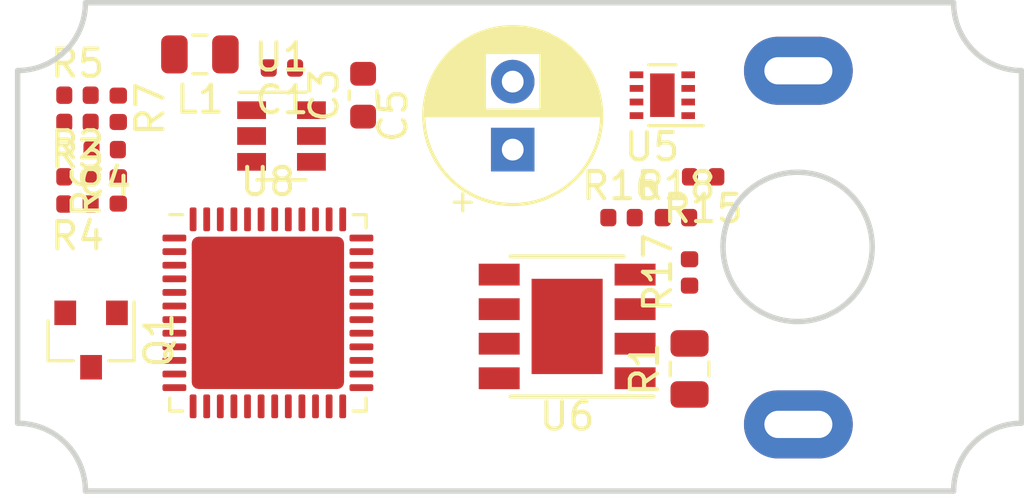
<source format=kicad_pcb>
(kicad_pcb (version 20171130) (host pcbnew 5.1.5+dfsg1-2build2)

  (general
    (thickness 1.6)
    (drawings 0)
    (tracks 0)
    (zones 0)
    (modules 22)
    (nets 18)
  )

  (page A4)
  (layers
    (0 F.Cu signal)
    (31 B.Cu signal)
    (32 B.Adhes user)
    (33 F.Adhes user)
    (34 B.Paste user)
    (35 F.Paste user)
    (36 B.SilkS user)
    (37 F.SilkS user)
    (38 B.Mask user)
    (39 F.Mask user)
    (40 Dwgs.User user)
    (41 Cmts.User user)
    (42 Eco1.User user)
    (43 Eco2.User user)
    (44 Edge.Cuts user)
    (45 Margin user)
    (46 B.CrtYd user)
    (47 F.CrtYd user)
    (48 B.Fab user)
    (49 F.Fab user)
  )

  (setup
    (last_trace_width 0.25)
    (trace_clearance 0.2)
    (zone_clearance 0.508)
    (zone_45_only no)
    (trace_min 0.2)
    (via_size 0.8)
    (via_drill 0.4)
    (via_min_size 0.4)
    (via_min_drill 0.3)
    (uvia_size 0.3)
    (uvia_drill 0.1)
    (uvias_allowed no)
    (uvia_min_size 0.2)
    (uvia_min_drill 0.1)
    (edge_width 0.05)
    (segment_width 0.2)
    (pcb_text_width 0.3)
    (pcb_text_size 1.5 1.5)
    (mod_edge_width 0.12)
    (mod_text_size 1 1)
    (mod_text_width 0.15)
    (pad_size 1.524 1.524)
    (pad_drill 0.762)
    (pad_to_mask_clearance 0.051)
    (solder_mask_min_width 0.25)
    (aux_axis_origin 0 0)
    (visible_elements FFFFFF7F)
    (pcbplotparams
      (layerselection 0x010fc_ffffffff)
      (usegerberextensions false)
      (usegerberattributes false)
      (usegerberadvancedattributes false)
      (creategerberjobfile false)
      (excludeedgelayer true)
      (linewidth 0.100000)
      (plotframeref false)
      (viasonmask false)
      (mode 1)
      (useauxorigin false)
      (hpglpennumber 1)
      (hpglpenspeed 20)
      (hpglpendiameter 15.000000)
      (psnegative false)
      (psa4output false)
      (plotreference true)
      (plotvalue true)
      (plotinvisibletext false)
      (padsonsilk false)
      (subtractmaskfromsilk false)
      (outputformat 1)
      (mirror false)
      (drillshape 1)
      (scaleselection 1)
      (outputdirectory ""))
  )

  (net 0 "")
  (net 1 /M+)
  (net 2 /M-)
  (net 3 GND)
  (net 4 +3V3)
  (net 5 "/M(+)")
  (net 6 /VM)
  (net 7 "Net-(R15-Pad2)")
  (net 8 "Net-(R16-Pad2)")
  (net 9 /MOTOR_CURRENT)
  (net 10 "Net-(C1-Pad2)")
  (net 11 "Net-(C1-Pad1)")
  (net 12 +5V)
  (net 13 "Net-(C4-Pad2)")
  (net 14 "Net-(R2-Pad1)")
  (net 15 "Net-(R3-Pad2)")
  (net 16 "Net-(R4-Pad1)")
  (net 17 "Net-(R5-Pad2)")

  (net_class Default "Dies ist die voreingestellte Netzklasse."
    (clearance 0.2)
    (trace_width 0.25)
    (via_dia 0.8)
    (via_drill 0.4)
    (uvia_dia 0.3)
    (uvia_drill 0.1)
    (add_net +3V3)
    (add_net +5V)
    (add_net /IN1)
    (add_net /In2)
    (add_net "/M(+)")
    (add_net /M+)
    (add_net /M-)
    (add_net /MOTOR_CURRENT)
    (add_net /SHUTDOWN)
    (add_net /VM)
    (add_net /~SLEEP~)
    (add_net GND)
    (add_net "Net-(C1-Pad1)")
    (add_net "Net-(C1-Pad2)")
    (add_net "Net-(C4-Pad2)")
    (add_net "Net-(J1-Pad2)")
    (add_net "Net-(R15-Pad2)")
    (add_net "Net-(R16-Pad2)")
    (add_net "Net-(R2-Pad1)")
    (add_net "Net-(R3-Pad2)")
    (add_net "Net-(R4-Pad1)")
    (add_net "Net-(R5-Pad2)")
    (add_net "Net-(U1-Pad4)")
    (add_net "Net-(U8-Pad1)")
    (add_net "Net-(U8-Pad10)")
    (add_net "Net-(U8-Pad11)")
    (add_net "Net-(U8-Pad12)")
    (add_net "Net-(U8-Pad13)")
    (add_net "Net-(U8-Pad14)")
    (add_net "Net-(U8-Pad15)")
    (add_net "Net-(U8-Pad16)")
    (add_net "Net-(U8-Pad17)")
    (add_net "Net-(U8-Pad18)")
    (add_net "Net-(U8-Pad19)")
    (add_net "Net-(U8-Pad2)")
    (add_net "Net-(U8-Pad20)")
    (add_net "Net-(U8-Pad21)")
    (add_net "Net-(U8-Pad22)")
    (add_net "Net-(U8-Pad23)")
    (add_net "Net-(U8-Pad24)")
    (add_net "Net-(U8-Pad25)")
    (add_net "Net-(U8-Pad26)")
    (add_net "Net-(U8-Pad27)")
    (add_net "Net-(U8-Pad28)")
    (add_net "Net-(U8-Pad29)")
    (add_net "Net-(U8-Pad3)")
    (add_net "Net-(U8-Pad30)")
    (add_net "Net-(U8-Pad31)")
    (add_net "Net-(U8-Pad32)")
    (add_net "Net-(U8-Pad33)")
    (add_net "Net-(U8-Pad34)")
    (add_net "Net-(U8-Pad35)")
    (add_net "Net-(U8-Pad36)")
    (add_net "Net-(U8-Pad37)")
    (add_net "Net-(U8-Pad38)")
    (add_net "Net-(U8-Pad39)")
    (add_net "Net-(U8-Pad4)")
    (add_net "Net-(U8-Pad40)")
    (add_net "Net-(U8-Pad41)")
    (add_net "Net-(U8-Pad42)")
    (add_net "Net-(U8-Pad43)")
    (add_net "Net-(U8-Pad44)")
    (add_net "Net-(U8-Pad45)")
    (add_net "Net-(U8-Pad46)")
    (add_net "Net-(U8-Pad47)")
    (add_net "Net-(U8-Pad48)")
    (add_net "Net-(U8-Pad49)")
    (add_net "Net-(U8-Pad5)")
    (add_net "Net-(U8-Pad6)")
    (add_net "Net-(U8-Pad7)")
    (add_net "Net-(U8-Pad8)")
    (add_net "Net-(U8-Pad9)")
  )

  (module Package_TO_SOT_SMD:SOT-23 (layer F.Cu) (tedit 5A02FF57) (tstamp 607C0208)
    (at 135.5 94 270)
    (descr "SOT-23, Standard")
    (tags SOT-23)
    (path /60A5AAB2)
    (attr smd)
    (fp_text reference Q1 (at 0 -2.5 90) (layer F.SilkS)
      (effects (font (size 1 1) (thickness 0.15)))
    )
    (fp_text value AO3401A (at 0 2.5 90) (layer F.Fab)
      (effects (font (size 1 1) (thickness 0.15)))
    )
    (fp_line (start 0.76 1.58) (end -0.7 1.58) (layer F.SilkS) (width 0.12))
    (fp_line (start 0.76 -1.58) (end -1.4 -1.58) (layer F.SilkS) (width 0.12))
    (fp_line (start -1.7 1.75) (end -1.7 -1.75) (layer F.CrtYd) (width 0.05))
    (fp_line (start 1.7 1.75) (end -1.7 1.75) (layer F.CrtYd) (width 0.05))
    (fp_line (start 1.7 -1.75) (end 1.7 1.75) (layer F.CrtYd) (width 0.05))
    (fp_line (start -1.7 -1.75) (end 1.7 -1.75) (layer F.CrtYd) (width 0.05))
    (fp_line (start 0.76 -1.58) (end 0.76 -0.65) (layer F.SilkS) (width 0.12))
    (fp_line (start 0.76 1.58) (end 0.76 0.65) (layer F.SilkS) (width 0.12))
    (fp_line (start -0.7 1.52) (end 0.7 1.52) (layer F.Fab) (width 0.1))
    (fp_line (start 0.7 -1.52) (end 0.7 1.52) (layer F.Fab) (width 0.1))
    (fp_line (start -0.7 -0.95) (end -0.15 -1.52) (layer F.Fab) (width 0.1))
    (fp_line (start -0.15 -1.52) (end 0.7 -1.52) (layer F.Fab) (width 0.1))
    (fp_line (start -0.7 -0.95) (end -0.7 1.5) (layer F.Fab) (width 0.1))
    (fp_text user %R (at 0 0) (layer F.Fab)
      (effects (font (size 0.5 0.5) (thickness 0.075)))
    )
    (pad 3 smd rect (at 1 0 270) (size 0.9 0.8) (layers F.Cu F.Paste F.Mask))
    (pad 2 smd rect (at -1 0.95 270) (size 0.9 0.8) (layers F.Cu F.Paste F.Mask)
      (net 12 +5V))
    (pad 1 smd rect (at -1 -0.95 270) (size 0.9 0.8) (layers F.Cu F.Paste F.Mask)
      (net 3 GND))
    (model ${KISYS3DMOD}/Package_TO_SOT_SMD.3dshapes/SOT-23.wrl
      (at (xyz 0 0 0))
      (scale (xyz 1 1 1))
      (rotate (xyz 0 0 0))
    )
  )

  (module Capacitor_THT:CP_Radial_D6.3mm_P2.50mm (layer F.Cu) (tedit 5AE50EF0) (tstamp 607C01A3)
    (at 151 87 90)
    (descr "CP, Radial series, Radial, pin pitch=2.50mm, , diameter=6.3mm, Electrolytic Capacitor")
    (tags "CP Radial series Radial pin pitch 2.50mm  diameter 6.3mm Electrolytic Capacitor")
    (path /60B0789F)
    (fp_text reference C5 (at 1.25 -4.4 90) (layer F.SilkS)
      (effects (font (size 1 1) (thickness 0.15)))
    )
    (fp_text value 3528_100uF__107_10%_6.3V (at 1.25 4.4 90) (layer F.Fab) hide
      (effects (font (size 1 1) (thickness 0.15)))
    )
    (fp_text user %R (at 1.25 0 90) (layer F.Fab)
      (effects (font (size 1 1) (thickness 0.15)))
    )
    (fp_line (start -1.935241 -2.154) (end -1.935241 -1.524) (layer F.SilkS) (width 0.12))
    (fp_line (start -2.250241 -1.839) (end -1.620241 -1.839) (layer F.SilkS) (width 0.12))
    (fp_line (start 4.491 -0.402) (end 4.491 0.402) (layer F.SilkS) (width 0.12))
    (fp_line (start 4.451 -0.633) (end 4.451 0.633) (layer F.SilkS) (width 0.12))
    (fp_line (start 4.411 -0.802) (end 4.411 0.802) (layer F.SilkS) (width 0.12))
    (fp_line (start 4.371 -0.94) (end 4.371 0.94) (layer F.SilkS) (width 0.12))
    (fp_line (start 4.331 -1.059) (end 4.331 1.059) (layer F.SilkS) (width 0.12))
    (fp_line (start 4.291 -1.165) (end 4.291 1.165) (layer F.SilkS) (width 0.12))
    (fp_line (start 4.251 -1.262) (end 4.251 1.262) (layer F.SilkS) (width 0.12))
    (fp_line (start 4.211 -1.35) (end 4.211 1.35) (layer F.SilkS) (width 0.12))
    (fp_line (start 4.171 -1.432) (end 4.171 1.432) (layer F.SilkS) (width 0.12))
    (fp_line (start 4.131 -1.509) (end 4.131 1.509) (layer F.SilkS) (width 0.12))
    (fp_line (start 4.091 -1.581) (end 4.091 1.581) (layer F.SilkS) (width 0.12))
    (fp_line (start 4.051 -1.65) (end 4.051 1.65) (layer F.SilkS) (width 0.12))
    (fp_line (start 4.011 -1.714) (end 4.011 1.714) (layer F.SilkS) (width 0.12))
    (fp_line (start 3.971 -1.776) (end 3.971 1.776) (layer F.SilkS) (width 0.12))
    (fp_line (start 3.931 -1.834) (end 3.931 1.834) (layer F.SilkS) (width 0.12))
    (fp_line (start 3.891 -1.89) (end 3.891 1.89) (layer F.SilkS) (width 0.12))
    (fp_line (start 3.851 -1.944) (end 3.851 1.944) (layer F.SilkS) (width 0.12))
    (fp_line (start 3.811 -1.995) (end 3.811 1.995) (layer F.SilkS) (width 0.12))
    (fp_line (start 3.771 -2.044) (end 3.771 2.044) (layer F.SilkS) (width 0.12))
    (fp_line (start 3.731 -2.092) (end 3.731 2.092) (layer F.SilkS) (width 0.12))
    (fp_line (start 3.691 -2.137) (end 3.691 2.137) (layer F.SilkS) (width 0.12))
    (fp_line (start 3.651 -2.182) (end 3.651 2.182) (layer F.SilkS) (width 0.12))
    (fp_line (start 3.611 -2.224) (end 3.611 2.224) (layer F.SilkS) (width 0.12))
    (fp_line (start 3.571 -2.265) (end 3.571 2.265) (layer F.SilkS) (width 0.12))
    (fp_line (start 3.531 1.04) (end 3.531 2.305) (layer F.SilkS) (width 0.12))
    (fp_line (start 3.531 -2.305) (end 3.531 -1.04) (layer F.SilkS) (width 0.12))
    (fp_line (start 3.491 1.04) (end 3.491 2.343) (layer F.SilkS) (width 0.12))
    (fp_line (start 3.491 -2.343) (end 3.491 -1.04) (layer F.SilkS) (width 0.12))
    (fp_line (start 3.451 1.04) (end 3.451 2.38) (layer F.SilkS) (width 0.12))
    (fp_line (start 3.451 -2.38) (end 3.451 -1.04) (layer F.SilkS) (width 0.12))
    (fp_line (start 3.411 1.04) (end 3.411 2.416) (layer F.SilkS) (width 0.12))
    (fp_line (start 3.411 -2.416) (end 3.411 -1.04) (layer F.SilkS) (width 0.12))
    (fp_line (start 3.371 1.04) (end 3.371 2.45) (layer F.SilkS) (width 0.12))
    (fp_line (start 3.371 -2.45) (end 3.371 -1.04) (layer F.SilkS) (width 0.12))
    (fp_line (start 3.331 1.04) (end 3.331 2.484) (layer F.SilkS) (width 0.12))
    (fp_line (start 3.331 -2.484) (end 3.331 -1.04) (layer F.SilkS) (width 0.12))
    (fp_line (start 3.291 1.04) (end 3.291 2.516) (layer F.SilkS) (width 0.12))
    (fp_line (start 3.291 -2.516) (end 3.291 -1.04) (layer F.SilkS) (width 0.12))
    (fp_line (start 3.251 1.04) (end 3.251 2.548) (layer F.SilkS) (width 0.12))
    (fp_line (start 3.251 -2.548) (end 3.251 -1.04) (layer F.SilkS) (width 0.12))
    (fp_line (start 3.211 1.04) (end 3.211 2.578) (layer F.SilkS) (width 0.12))
    (fp_line (start 3.211 -2.578) (end 3.211 -1.04) (layer F.SilkS) (width 0.12))
    (fp_line (start 3.171 1.04) (end 3.171 2.607) (layer F.SilkS) (width 0.12))
    (fp_line (start 3.171 -2.607) (end 3.171 -1.04) (layer F.SilkS) (width 0.12))
    (fp_line (start 3.131 1.04) (end 3.131 2.636) (layer F.SilkS) (width 0.12))
    (fp_line (start 3.131 -2.636) (end 3.131 -1.04) (layer F.SilkS) (width 0.12))
    (fp_line (start 3.091 1.04) (end 3.091 2.664) (layer F.SilkS) (width 0.12))
    (fp_line (start 3.091 -2.664) (end 3.091 -1.04) (layer F.SilkS) (width 0.12))
    (fp_line (start 3.051 1.04) (end 3.051 2.69) (layer F.SilkS) (width 0.12))
    (fp_line (start 3.051 -2.69) (end 3.051 -1.04) (layer F.SilkS) (width 0.12))
    (fp_line (start 3.011 1.04) (end 3.011 2.716) (layer F.SilkS) (width 0.12))
    (fp_line (start 3.011 -2.716) (end 3.011 -1.04) (layer F.SilkS) (width 0.12))
    (fp_line (start 2.971 1.04) (end 2.971 2.742) (layer F.SilkS) (width 0.12))
    (fp_line (start 2.971 -2.742) (end 2.971 -1.04) (layer F.SilkS) (width 0.12))
    (fp_line (start 2.931 1.04) (end 2.931 2.766) (layer F.SilkS) (width 0.12))
    (fp_line (start 2.931 -2.766) (end 2.931 -1.04) (layer F.SilkS) (width 0.12))
    (fp_line (start 2.891 1.04) (end 2.891 2.79) (layer F.SilkS) (width 0.12))
    (fp_line (start 2.891 -2.79) (end 2.891 -1.04) (layer F.SilkS) (width 0.12))
    (fp_line (start 2.851 1.04) (end 2.851 2.812) (layer F.SilkS) (width 0.12))
    (fp_line (start 2.851 -2.812) (end 2.851 -1.04) (layer F.SilkS) (width 0.12))
    (fp_line (start 2.811 1.04) (end 2.811 2.834) (layer F.SilkS) (width 0.12))
    (fp_line (start 2.811 -2.834) (end 2.811 -1.04) (layer F.SilkS) (width 0.12))
    (fp_line (start 2.771 1.04) (end 2.771 2.856) (layer F.SilkS) (width 0.12))
    (fp_line (start 2.771 -2.856) (end 2.771 -1.04) (layer F.SilkS) (width 0.12))
    (fp_line (start 2.731 1.04) (end 2.731 2.876) (layer F.SilkS) (width 0.12))
    (fp_line (start 2.731 -2.876) (end 2.731 -1.04) (layer F.SilkS) (width 0.12))
    (fp_line (start 2.691 1.04) (end 2.691 2.896) (layer F.SilkS) (width 0.12))
    (fp_line (start 2.691 -2.896) (end 2.691 -1.04) (layer F.SilkS) (width 0.12))
    (fp_line (start 2.651 1.04) (end 2.651 2.916) (layer F.SilkS) (width 0.12))
    (fp_line (start 2.651 -2.916) (end 2.651 -1.04) (layer F.SilkS) (width 0.12))
    (fp_line (start 2.611 1.04) (end 2.611 2.934) (layer F.SilkS) (width 0.12))
    (fp_line (start 2.611 -2.934) (end 2.611 -1.04) (layer F.SilkS) (width 0.12))
    (fp_line (start 2.571 1.04) (end 2.571 2.952) (layer F.SilkS) (width 0.12))
    (fp_line (start 2.571 -2.952) (end 2.571 -1.04) (layer F.SilkS) (width 0.12))
    (fp_line (start 2.531 1.04) (end 2.531 2.97) (layer F.SilkS) (width 0.12))
    (fp_line (start 2.531 -2.97) (end 2.531 -1.04) (layer F.SilkS) (width 0.12))
    (fp_line (start 2.491 1.04) (end 2.491 2.986) (layer F.SilkS) (width 0.12))
    (fp_line (start 2.491 -2.986) (end 2.491 -1.04) (layer F.SilkS) (width 0.12))
    (fp_line (start 2.451 1.04) (end 2.451 3.002) (layer F.SilkS) (width 0.12))
    (fp_line (start 2.451 -3.002) (end 2.451 -1.04) (layer F.SilkS) (width 0.12))
    (fp_line (start 2.411 1.04) (end 2.411 3.018) (layer F.SilkS) (width 0.12))
    (fp_line (start 2.411 -3.018) (end 2.411 -1.04) (layer F.SilkS) (width 0.12))
    (fp_line (start 2.371 1.04) (end 2.371 3.033) (layer F.SilkS) (width 0.12))
    (fp_line (start 2.371 -3.033) (end 2.371 -1.04) (layer F.SilkS) (width 0.12))
    (fp_line (start 2.331 1.04) (end 2.331 3.047) (layer F.SilkS) (width 0.12))
    (fp_line (start 2.331 -3.047) (end 2.331 -1.04) (layer F.SilkS) (width 0.12))
    (fp_line (start 2.291 1.04) (end 2.291 3.061) (layer F.SilkS) (width 0.12))
    (fp_line (start 2.291 -3.061) (end 2.291 -1.04) (layer F.SilkS) (width 0.12))
    (fp_line (start 2.251 1.04) (end 2.251 3.074) (layer F.SilkS) (width 0.12))
    (fp_line (start 2.251 -3.074) (end 2.251 -1.04) (layer F.SilkS) (width 0.12))
    (fp_line (start 2.211 1.04) (end 2.211 3.086) (layer F.SilkS) (width 0.12))
    (fp_line (start 2.211 -3.086) (end 2.211 -1.04) (layer F.SilkS) (width 0.12))
    (fp_line (start 2.171 1.04) (end 2.171 3.098) (layer F.SilkS) (width 0.12))
    (fp_line (start 2.171 -3.098) (end 2.171 -1.04) (layer F.SilkS) (width 0.12))
    (fp_line (start 2.131 1.04) (end 2.131 3.11) (layer F.SilkS) (width 0.12))
    (fp_line (start 2.131 -3.11) (end 2.131 -1.04) (layer F.SilkS) (width 0.12))
    (fp_line (start 2.091 1.04) (end 2.091 3.121) (layer F.SilkS) (width 0.12))
    (fp_line (start 2.091 -3.121) (end 2.091 -1.04) (layer F.SilkS) (width 0.12))
    (fp_line (start 2.051 1.04) (end 2.051 3.131) (layer F.SilkS) (width 0.12))
    (fp_line (start 2.051 -3.131) (end 2.051 -1.04) (layer F.SilkS) (width 0.12))
    (fp_line (start 2.011 1.04) (end 2.011 3.141) (layer F.SilkS) (width 0.12))
    (fp_line (start 2.011 -3.141) (end 2.011 -1.04) (layer F.SilkS) (width 0.12))
    (fp_line (start 1.971 1.04) (end 1.971 3.15) (layer F.SilkS) (width 0.12))
    (fp_line (start 1.971 -3.15) (end 1.971 -1.04) (layer F.SilkS) (width 0.12))
    (fp_line (start 1.93 1.04) (end 1.93 3.159) (layer F.SilkS) (width 0.12))
    (fp_line (start 1.93 -3.159) (end 1.93 -1.04) (layer F.SilkS) (width 0.12))
    (fp_line (start 1.89 1.04) (end 1.89 3.167) (layer F.SilkS) (width 0.12))
    (fp_line (start 1.89 -3.167) (end 1.89 -1.04) (layer F.SilkS) (width 0.12))
    (fp_line (start 1.85 1.04) (end 1.85 3.175) (layer F.SilkS) (width 0.12))
    (fp_line (start 1.85 -3.175) (end 1.85 -1.04) (layer F.SilkS) (width 0.12))
    (fp_line (start 1.81 1.04) (end 1.81 3.182) (layer F.SilkS) (width 0.12))
    (fp_line (start 1.81 -3.182) (end 1.81 -1.04) (layer F.SilkS) (width 0.12))
    (fp_line (start 1.77 1.04) (end 1.77 3.189) (layer F.SilkS) (width 0.12))
    (fp_line (start 1.77 -3.189) (end 1.77 -1.04) (layer F.SilkS) (width 0.12))
    (fp_line (start 1.73 1.04) (end 1.73 3.195) (layer F.SilkS) (width 0.12))
    (fp_line (start 1.73 -3.195) (end 1.73 -1.04) (layer F.SilkS) (width 0.12))
    (fp_line (start 1.69 1.04) (end 1.69 3.201) (layer F.SilkS) (width 0.12))
    (fp_line (start 1.69 -3.201) (end 1.69 -1.04) (layer F.SilkS) (width 0.12))
    (fp_line (start 1.65 1.04) (end 1.65 3.206) (layer F.SilkS) (width 0.12))
    (fp_line (start 1.65 -3.206) (end 1.65 -1.04) (layer F.SilkS) (width 0.12))
    (fp_line (start 1.61 1.04) (end 1.61 3.211) (layer F.SilkS) (width 0.12))
    (fp_line (start 1.61 -3.211) (end 1.61 -1.04) (layer F.SilkS) (width 0.12))
    (fp_line (start 1.57 1.04) (end 1.57 3.215) (layer F.SilkS) (width 0.12))
    (fp_line (start 1.57 -3.215) (end 1.57 -1.04) (layer F.SilkS) (width 0.12))
    (fp_line (start 1.53 1.04) (end 1.53 3.218) (layer F.SilkS) (width 0.12))
    (fp_line (start 1.53 -3.218) (end 1.53 -1.04) (layer F.SilkS) (width 0.12))
    (fp_line (start 1.49 1.04) (end 1.49 3.222) (layer F.SilkS) (width 0.12))
    (fp_line (start 1.49 -3.222) (end 1.49 -1.04) (layer F.SilkS) (width 0.12))
    (fp_line (start 1.45 -3.224) (end 1.45 3.224) (layer F.SilkS) (width 0.12))
    (fp_line (start 1.41 -3.227) (end 1.41 3.227) (layer F.SilkS) (width 0.12))
    (fp_line (start 1.37 -3.228) (end 1.37 3.228) (layer F.SilkS) (width 0.12))
    (fp_line (start 1.33 -3.23) (end 1.33 3.23) (layer F.SilkS) (width 0.12))
    (fp_line (start 1.29 -3.23) (end 1.29 3.23) (layer F.SilkS) (width 0.12))
    (fp_line (start 1.25 -3.23) (end 1.25 3.23) (layer F.SilkS) (width 0.12))
    (fp_line (start -1.128972 -1.6885) (end -1.128972 -1.0585) (layer F.Fab) (width 0.1))
    (fp_line (start -1.443972 -1.3735) (end -0.813972 -1.3735) (layer F.Fab) (width 0.1))
    (fp_circle (center 1.25 0) (end 4.65 0) (layer F.CrtYd) (width 0.05))
    (fp_circle (center 1.25 0) (end 4.52 0) (layer F.SilkS) (width 0.12))
    (fp_circle (center 1.25 0) (end 4.4 0) (layer F.Fab) (width 0.1))
    (pad 2 thru_hole circle (at 2.5 0 90) (size 1.6 1.6) (drill 0.8) (layers *.Cu *.Mask)
      (net 3 GND))
    (pad 1 thru_hole rect (at 0 0 90) (size 1.6 1.6) (drill 0.8) (layers *.Cu *.Mask)
      (net 6 /VM))
    (model ${KISYS3DMOD}/Capacitor_THT.3dshapes/CP_Radial_D6.3mm_P2.50mm.wrl
      (at (xyz 0 0 0))
      (scale (xyz 1 1 1))
      (rotate (xyz 0 0 0))
    )
  )

  (module Resistor_SMD:R_0402_1005Metric (layer F.Cu) (tedit 5B301BBD) (tstamp 607BED3E)
    (at 136.5 85.5 270)
    (descr "Resistor SMD 0402 (1005 Metric), square (rectangular) end terminal, IPC_7351 nominal, (Body size source: http://www.tortai-tech.com/upload/download/2011102023233369053.pdf), generated with kicad-footprint-generator")
    (tags resistor)
    (path /609EA379)
    (attr smd)
    (fp_text reference R7 (at 0 -1.17 90) (layer F.SilkS)
      (effects (font (size 1 1) (thickness 0.15)))
    )
    (fp_text value 0402_2KΩ__2001_1% (at 0 1.17 90) (layer F.Fab) hide
      (effects (font (size 1 1) (thickness 0.15)))
    )
    (fp_text user %R (at 0 0 90) (layer F.Fab)
      (effects (font (size 0.25 0.25) (thickness 0.04)))
    )
    (fp_line (start 0.93 0.47) (end -0.93 0.47) (layer F.CrtYd) (width 0.05))
    (fp_line (start 0.93 -0.47) (end 0.93 0.47) (layer F.CrtYd) (width 0.05))
    (fp_line (start -0.93 -0.47) (end 0.93 -0.47) (layer F.CrtYd) (width 0.05))
    (fp_line (start -0.93 0.47) (end -0.93 -0.47) (layer F.CrtYd) (width 0.05))
    (fp_line (start 0.5 0.25) (end -0.5 0.25) (layer F.Fab) (width 0.1))
    (fp_line (start 0.5 -0.25) (end 0.5 0.25) (layer F.Fab) (width 0.1))
    (fp_line (start -0.5 -0.25) (end 0.5 -0.25) (layer F.Fab) (width 0.1))
    (fp_line (start -0.5 0.25) (end -0.5 -0.25) (layer F.Fab) (width 0.1))
    (pad 2 smd roundrect (at 0.485 0 270) (size 0.59 0.64) (layers F.Cu F.Paste F.Mask) (roundrect_rratio 0.25)
      (net 4 +3V3))
    (pad 1 smd roundrect (at -0.485 0 270) (size 0.59 0.64) (layers F.Cu F.Paste F.Mask) (roundrect_rratio 0.25)
      (net 17 "Net-(R5-Pad2)"))
    (model ${KISYS3DMOD}/Resistor_SMD.3dshapes/R_0402_1005Metric.wrl
      (at (xyz 0 0 0))
      (scale (xyz 1 1 1))
      (rotate (xyz 0 0 0))
    )
  )

  (module Resistor_SMD:R_0402_1005Metric (layer F.Cu) (tedit 5B301BBD) (tstamp 607BF470)
    (at 136.5 88.5 90)
    (descr "Resistor SMD 0402 (1005 Metric), square (rectangular) end terminal, IPC_7351 nominal, (Body size source: http://www.tortai-tech.com/upload/download/2011102023233369053.pdf), generated with kicad-footprint-generator")
    (tags resistor)
    (path /60A160AE)
    (attr smd)
    (fp_text reference R6 (at 0 -1.17 90) (layer F.SilkS)
      (effects (font (size 1 1) (thickness 0.15)))
    )
    (fp_text value 0402_200Ω__2000_1% (at 0 1.17 90) (layer F.Fab) hide
      (effects (font (size 1 1) (thickness 0.15)))
    )
    (fp_text user %R (at 0 0 90) (layer F.Fab)
      (effects (font (size 0.25 0.25) (thickness 0.04)))
    )
    (fp_line (start 0.93 0.47) (end -0.93 0.47) (layer F.CrtYd) (width 0.05))
    (fp_line (start 0.93 -0.47) (end 0.93 0.47) (layer F.CrtYd) (width 0.05))
    (fp_line (start -0.93 -0.47) (end 0.93 -0.47) (layer F.CrtYd) (width 0.05))
    (fp_line (start -0.93 0.47) (end -0.93 -0.47) (layer F.CrtYd) (width 0.05))
    (fp_line (start 0.5 0.25) (end -0.5 0.25) (layer F.Fab) (width 0.1))
    (fp_line (start 0.5 -0.25) (end 0.5 0.25) (layer F.Fab) (width 0.1))
    (fp_line (start -0.5 -0.25) (end 0.5 -0.25) (layer F.Fab) (width 0.1))
    (fp_line (start -0.5 0.25) (end -0.5 -0.25) (layer F.Fab) (width 0.1))
    (pad 2 smd roundrect (at 0.485 0 90) (size 0.59 0.64) (layers F.Cu F.Paste F.Mask) (roundrect_rratio 0.25)
      (net 16 "Net-(R4-Pad1)"))
    (pad 1 smd roundrect (at -0.485 0 90) (size 0.59 0.64) (layers F.Cu F.Paste F.Mask) (roundrect_rratio 0.25)
      (net 3 GND))
    (model ${KISYS3DMOD}/Resistor_SMD.3dshapes/R_0402_1005Metric.wrl
      (at (xyz 0 0 0))
      (scale (xyz 1 1 1))
      (rotate (xyz 0 0 0))
    )
  )

  (module Resistor_SMD:R_0402_1005Metric (layer F.Cu) (tedit 5B301BBD) (tstamp 607BED20)
    (at 135 85)
    (descr "Resistor SMD 0402 (1005 Metric), square (rectangular) end terminal, IPC_7351 nominal, (Body size source: http://www.tortai-tech.com/upload/download/2011102023233369053.pdf), generated with kicad-footprint-generator")
    (tags resistor)
    (path /609EA25B)
    (attr smd)
    (fp_text reference R5 (at 0 -1.17) (layer F.SilkS)
      (effects (font (size 1 1) (thickness 0.15)))
    )
    (fp_text value 0402_2KΩ__2001_1% (at 0 1.17) (layer F.Fab) hide
      (effects (font (size 1 1) (thickness 0.15)))
    )
    (fp_text user %R (at 0 0) (layer F.Fab)
      (effects (font (size 0.25 0.25) (thickness 0.04)))
    )
    (fp_line (start 0.93 0.47) (end -0.93 0.47) (layer F.CrtYd) (width 0.05))
    (fp_line (start 0.93 -0.47) (end 0.93 0.47) (layer F.CrtYd) (width 0.05))
    (fp_line (start -0.93 -0.47) (end 0.93 -0.47) (layer F.CrtYd) (width 0.05))
    (fp_line (start -0.93 0.47) (end -0.93 -0.47) (layer F.CrtYd) (width 0.05))
    (fp_line (start 0.5 0.25) (end -0.5 0.25) (layer F.Fab) (width 0.1))
    (fp_line (start 0.5 -0.25) (end 0.5 0.25) (layer F.Fab) (width 0.1))
    (fp_line (start -0.5 -0.25) (end 0.5 -0.25) (layer F.Fab) (width 0.1))
    (fp_line (start -0.5 0.25) (end -0.5 -0.25) (layer F.Fab) (width 0.1))
    (pad 2 smd roundrect (at 0.485 0) (size 0.59 0.64) (layers F.Cu F.Paste F.Mask) (roundrect_rratio 0.25)
      (net 17 "Net-(R5-Pad2)"))
    (pad 1 smd roundrect (at -0.485 0) (size 0.59 0.64) (layers F.Cu F.Paste F.Mask) (roundrect_rratio 0.25)
      (net 15 "Net-(R3-Pad2)"))
    (model ${KISYS3DMOD}/Resistor_SMD.3dshapes/R_0402_1005Metric.wrl
      (at (xyz 0 0 0))
      (scale (xyz 1 1 1))
      (rotate (xyz 0 0 0))
    )
  )

  (module Resistor_SMD:R_0402_1005Metric (layer F.Cu) (tedit 5B301BBD) (tstamp 607BED11)
    (at 135 89 180)
    (descr "Resistor SMD 0402 (1005 Metric), square (rectangular) end terminal, IPC_7351 nominal, (Body size source: http://www.tortai-tech.com/upload/download/2011102023233369053.pdf), generated with kicad-footprint-generator")
    (tags resistor)
    (path /60A150B3)
    (attr smd)
    (fp_text reference R4 (at 0 -1.17) (layer F.SilkS)
      (effects (font (size 1 1) (thickness 0.15)))
    )
    (fp_text value 0402_470Ω__4700_1% (at 0 1.17) (layer F.Fab) hide
      (effects (font (size 1 1) (thickness 0.15)))
    )
    (fp_text user %R (at 0 0) (layer F.Fab)
      (effects (font (size 0.25 0.25) (thickness 0.04)))
    )
    (fp_line (start 0.93 0.47) (end -0.93 0.47) (layer F.CrtYd) (width 0.05))
    (fp_line (start 0.93 -0.47) (end 0.93 0.47) (layer F.CrtYd) (width 0.05))
    (fp_line (start -0.93 -0.47) (end 0.93 -0.47) (layer F.CrtYd) (width 0.05))
    (fp_line (start -0.93 0.47) (end -0.93 -0.47) (layer F.CrtYd) (width 0.05))
    (fp_line (start 0.5 0.25) (end -0.5 0.25) (layer F.Fab) (width 0.1))
    (fp_line (start 0.5 -0.25) (end 0.5 0.25) (layer F.Fab) (width 0.1))
    (fp_line (start -0.5 -0.25) (end 0.5 -0.25) (layer F.Fab) (width 0.1))
    (fp_line (start -0.5 0.25) (end -0.5 -0.25) (layer F.Fab) (width 0.1))
    (pad 2 smd roundrect (at 0.485 0 180) (size 0.59 0.64) (layers F.Cu F.Paste F.Mask) (roundrect_rratio 0.25)
      (net 14 "Net-(R2-Pad1)"))
    (pad 1 smd roundrect (at -0.485 0 180) (size 0.59 0.64) (layers F.Cu F.Paste F.Mask) (roundrect_rratio 0.25)
      (net 16 "Net-(R4-Pad1)"))
    (model ${KISYS3DMOD}/Resistor_SMD.3dshapes/R_0402_1005Metric.wrl
      (at (xyz 0 0 0))
      (scale (xyz 1 1 1))
      (rotate (xyz 0 0 0))
    )
  )

  (module Resistor_SMD:R_0402_1005Metric (layer F.Cu) (tedit 5B301BBD) (tstamp 607BED02)
    (at 135 86 180)
    (descr "Resistor SMD 0402 (1005 Metric), square (rectangular) end terminal, IPC_7351 nominal, (Body size source: http://www.tortai-tech.com/upload/download/2011102023233369053.pdf), generated with kicad-footprint-generator")
    (tags resistor)
    (path /609E93B8)
    (attr smd)
    (fp_text reference R3 (at 0 -1.17) (layer F.SilkS)
      (effects (font (size 1 1) (thickness 0.15)))
    )
    (fp_text value 0402_120KΩ__1203_1% (at 0 1.17) (layer F.Fab) hide
      (effects (font (size 1 1) (thickness 0.15)))
    )
    (fp_text user %R (at 0 0) (layer F.Fab)
      (effects (font (size 0.25 0.25) (thickness 0.04)))
    )
    (fp_line (start 0.93 0.47) (end -0.93 0.47) (layer F.CrtYd) (width 0.05))
    (fp_line (start 0.93 -0.47) (end 0.93 0.47) (layer F.CrtYd) (width 0.05))
    (fp_line (start -0.93 -0.47) (end 0.93 -0.47) (layer F.CrtYd) (width 0.05))
    (fp_line (start -0.93 0.47) (end -0.93 -0.47) (layer F.CrtYd) (width 0.05))
    (fp_line (start 0.5 0.25) (end -0.5 0.25) (layer F.Fab) (width 0.1))
    (fp_line (start 0.5 -0.25) (end 0.5 0.25) (layer F.Fab) (width 0.1))
    (fp_line (start -0.5 -0.25) (end 0.5 -0.25) (layer F.Fab) (width 0.1))
    (fp_line (start -0.5 0.25) (end -0.5 -0.25) (layer F.Fab) (width 0.1))
    (pad 2 smd roundrect (at 0.485 0 180) (size 0.59 0.64) (layers F.Cu F.Paste F.Mask) (roundrect_rratio 0.25)
      (net 15 "Net-(R3-Pad2)"))
    (pad 1 smd roundrect (at -0.485 0 180) (size 0.59 0.64) (layers F.Cu F.Paste F.Mask) (roundrect_rratio 0.25)
      (net 13 "Net-(C4-Pad2)"))
    (model ${KISYS3DMOD}/Resistor_SMD.3dshapes/R_0402_1005Metric.wrl
      (at (xyz 0 0 0))
      (scale (xyz 1 1 1))
      (rotate (xyz 0 0 0))
    )
  )

  (module Resistor_SMD:R_0402_1005Metric (layer F.Cu) (tedit 5B301BBD) (tstamp 607BF00B)
    (at 135 88)
    (descr "Resistor SMD 0402 (1005 Metric), square (rectangular) end terminal, IPC_7351 nominal, (Body size source: http://www.tortai-tech.com/upload/download/2011102023233369053.pdf), generated with kicad-footprint-generator")
    (tags resistor)
    (path /60A138D3)
    (attr smd)
    (fp_text reference R2 (at 0 -1.17) (layer F.SilkS)
      (effects (font (size 1 1) (thickness 0.15)))
    )
    (fp_text value 0402_8.2KΩ__8201_1% (at 0 1.17) (layer F.Fab) hide
      (effects (font (size 1 1) (thickness 0.15)))
    )
    (fp_text user %R (at 0 0) (layer F.Fab)
      (effects (font (size 0.25 0.25) (thickness 0.04)))
    )
    (fp_line (start 0.93 0.47) (end -0.93 0.47) (layer F.CrtYd) (width 0.05))
    (fp_line (start 0.93 -0.47) (end 0.93 0.47) (layer F.CrtYd) (width 0.05))
    (fp_line (start -0.93 -0.47) (end 0.93 -0.47) (layer F.CrtYd) (width 0.05))
    (fp_line (start -0.93 0.47) (end -0.93 -0.47) (layer F.CrtYd) (width 0.05))
    (fp_line (start 0.5 0.25) (end -0.5 0.25) (layer F.Fab) (width 0.1))
    (fp_line (start 0.5 -0.25) (end 0.5 0.25) (layer F.Fab) (width 0.1))
    (fp_line (start -0.5 -0.25) (end 0.5 -0.25) (layer F.Fab) (width 0.1))
    (fp_line (start -0.5 0.25) (end -0.5 -0.25) (layer F.Fab) (width 0.1))
    (pad 2 smd roundrect (at 0.485 0) (size 0.59 0.64) (layers F.Cu F.Paste F.Mask) (roundrect_rratio 0.25)
      (net 13 "Net-(C4-Pad2)"))
    (pad 1 smd roundrect (at -0.485 0) (size 0.59 0.64) (layers F.Cu F.Paste F.Mask) (roundrect_rratio 0.25)
      (net 14 "Net-(R2-Pad1)"))
    (model ${KISYS3DMOD}/Resistor_SMD.3dshapes/R_0402_1005Metric.wrl
      (at (xyz 0 0 0))
      (scale (xyz 1 1 1))
      (rotate (xyz 0 0 0))
    )
  )

  (module Capacitor_SMD:C_0402_1005Metric (layer F.Cu) (tedit 5B301BBE) (tstamp 607BEC74)
    (at 136 87 180)
    (descr "Capacitor SMD 0402 (1005 Metric), square (rectangular) end terminal, IPC_7351 nominal, (Body size source: http://www.tortai-tech.com/upload/download/2011102023233369053.pdf), generated with kicad-footprint-generator")
    (tags capacitor)
    (path /609F3D06)
    (attr smd)
    (fp_text reference C4 (at 0 -1.17) (layer F.SilkS)
      (effects (font (size 1 1) (thickness 0.15)))
    )
    (fp_text value 0402_33pF__330_5%_50V (at 0 1.17) (layer F.Fab) hide
      (effects (font (size 1 1) (thickness 0.15)))
    )
    (fp_text user %R (at 0 0) (layer F.Fab)
      (effects (font (size 0.25 0.25) (thickness 0.04)))
    )
    (fp_line (start 0.93 0.47) (end -0.93 0.47) (layer F.CrtYd) (width 0.05))
    (fp_line (start 0.93 -0.47) (end 0.93 0.47) (layer F.CrtYd) (width 0.05))
    (fp_line (start -0.93 -0.47) (end 0.93 -0.47) (layer F.CrtYd) (width 0.05))
    (fp_line (start -0.93 0.47) (end -0.93 -0.47) (layer F.CrtYd) (width 0.05))
    (fp_line (start 0.5 0.25) (end -0.5 0.25) (layer F.Fab) (width 0.1))
    (fp_line (start 0.5 -0.25) (end 0.5 0.25) (layer F.Fab) (width 0.1))
    (fp_line (start -0.5 -0.25) (end 0.5 -0.25) (layer F.Fab) (width 0.1))
    (fp_line (start -0.5 0.25) (end -0.5 -0.25) (layer F.Fab) (width 0.1))
    (pad 2 smd roundrect (at 0.485 0 180) (size 0.59 0.64) (layers F.Cu F.Paste F.Mask) (roundrect_rratio 0.25)
      (net 13 "Net-(C4-Pad2)"))
    (pad 1 smd roundrect (at -0.485 0 180) (size 0.59 0.64) (layers F.Cu F.Paste F.Mask) (roundrect_rratio 0.25)
      (net 4 +3V3))
    (model ${KISYS3DMOD}/Capacitor_SMD.3dshapes/C_0402_1005Metric.wrl
      (at (xyz 0 0 0))
      (scale (xyz 1 1 1))
      (rotate (xyz 0 0 0))
    )
  )

  (module Inductor_SMD:L_0805_2012Metric (layer F.Cu) (tedit 5B36C52B) (tstamp 607BDF50)
    (at 139.5 83.5 180)
    (descr "Inductor SMD 0805 (2012 Metric), square (rectangular) end terminal, IPC_7351 nominal, (Body size source: https://docs.google.com/spreadsheets/d/1BsfQQcO9C6DZCsRaXUlFlo91Tg2WpOkGARC1WS5S8t0/edit?usp=sharing), generated with kicad-footprint-generator")
    (tags inductor)
    (path /60996E56)
    (attr smd)
    (fp_text reference L1 (at 0 -1.65) (layer F.SilkS)
      (effects (font (size 1 1) (thickness 0.15)))
    )
    (fp_text value 0805_2.2uH_10% (at 0 1.65) (layer F.Fab) hide
      (effects (font (size 1 1) (thickness 0.15)))
    )
    (fp_text user %R (at 0 0) (layer F.Fab)
      (effects (font (size 0.5 0.5) (thickness 0.08)))
    )
    (fp_line (start 1.68 0.95) (end -1.68 0.95) (layer F.CrtYd) (width 0.05))
    (fp_line (start 1.68 -0.95) (end 1.68 0.95) (layer F.CrtYd) (width 0.05))
    (fp_line (start -1.68 -0.95) (end 1.68 -0.95) (layer F.CrtYd) (width 0.05))
    (fp_line (start -1.68 0.95) (end -1.68 -0.95) (layer F.CrtYd) (width 0.05))
    (fp_line (start -0.258578 0.71) (end 0.258578 0.71) (layer F.SilkS) (width 0.12))
    (fp_line (start -0.258578 -0.71) (end 0.258578 -0.71) (layer F.SilkS) (width 0.12))
    (fp_line (start 1 0.6) (end -1 0.6) (layer F.Fab) (width 0.1))
    (fp_line (start 1 -0.6) (end 1 0.6) (layer F.Fab) (width 0.1))
    (fp_line (start -1 -0.6) (end 1 -0.6) (layer F.Fab) (width 0.1))
    (fp_line (start -1 0.6) (end -1 -0.6) (layer F.Fab) (width 0.1))
    (pad 2 smd roundrect (at 0.9375 0 180) (size 0.975 1.4) (layers F.Cu F.Paste F.Mask) (roundrect_rratio 0.25)
      (net 4 +3V3))
    (pad 1 smd roundrect (at -0.9375 0 180) (size 0.975 1.4) (layers F.Cu F.Paste F.Mask) (roundrect_rratio 0.25)
      (net 11 "Net-(C1-Pad1)"))
    (model ${KISYS3DMOD}/Inductor_SMD.3dshapes/L_0805_2012Metric.wrl
      (at (xyz 0 0 0))
      (scale (xyz 1 1 1))
      (rotate (xyz 0 0 0))
    )
  )

  (module Package_TO_SOT_SMD:SOT-23-6 (layer F.Cu) (tedit 5A02FF57) (tstamp 607B4B29)
    (at 142.5 86.5)
    (descr "6-pin SOT-23 package")
    (tags SOT-23-6)
    (path /6096FE52)
    (attr smd)
    (fp_text reference U1 (at 0 -2.9) (layer F.SilkS)
      (effects (font (size 1 1) (thickness 0.15)))
    )
    (fp_text value MP2451DT-LF-Z_[C14123] (at 0 2.9) (layer F.Fab) hide
      (effects (font (size 1 1) (thickness 0.15)))
    )
    (fp_line (start 0.9 -1.55) (end 0.9 1.55) (layer F.Fab) (width 0.1))
    (fp_line (start 0.9 1.55) (end -0.9 1.55) (layer F.Fab) (width 0.1))
    (fp_line (start -0.9 -0.9) (end -0.9 1.55) (layer F.Fab) (width 0.1))
    (fp_line (start 0.9 -1.55) (end -0.25 -1.55) (layer F.Fab) (width 0.1))
    (fp_line (start -0.9 -0.9) (end -0.25 -1.55) (layer F.Fab) (width 0.1))
    (fp_line (start -1.9 -1.8) (end -1.9 1.8) (layer F.CrtYd) (width 0.05))
    (fp_line (start -1.9 1.8) (end 1.9 1.8) (layer F.CrtYd) (width 0.05))
    (fp_line (start 1.9 1.8) (end 1.9 -1.8) (layer F.CrtYd) (width 0.05))
    (fp_line (start 1.9 -1.8) (end -1.9 -1.8) (layer F.CrtYd) (width 0.05))
    (fp_line (start 0.9 -1.61) (end -1.55 -1.61) (layer F.SilkS) (width 0.12))
    (fp_line (start -0.9 1.61) (end 0.9 1.61) (layer F.SilkS) (width 0.12))
    (fp_text user %R (at 0 0 90) (layer F.Fab)
      (effects (font (size 0.5 0.5) (thickness 0.075)))
    )
    (pad 5 smd rect (at 1.1 0) (size 1.06 0.65) (layers F.Cu F.Paste F.Mask)
      (net 12 +5V))
    (pad 6 smd rect (at 1.1 -0.95) (size 1.06 0.65) (layers F.Cu F.Paste F.Mask)
      (net 11 "Net-(C1-Pad1)"))
    (pad 4 smd rect (at 1.1 0.95) (size 1.06 0.65) (layers F.Cu F.Paste F.Mask))
    (pad 3 smd rect (at -1.1 0.95) (size 1.06 0.65) (layers F.Cu F.Paste F.Mask)
      (net 13 "Net-(C4-Pad2)"))
    (pad 2 smd rect (at -1.1 0) (size 1.06 0.65) (layers F.Cu F.Paste F.Mask)
      (net 3 GND))
    (pad 1 smd rect (at -1.1 -0.95) (size 1.06 0.65) (layers F.Cu F.Paste F.Mask)
      (net 10 "Net-(C1-Pad2)"))
    (model ${KISYS3DMOD}/Package_TO_SOT_SMD.3dshapes/SOT-23-6.wrl
      (at (xyz 0 0 0))
      (scale (xyz 1 1 1))
      (rotate (xyz 0 0 0))
    )
  )

  (module Resistor_SMD:R_0402_1005Metric (layer F.Cu) (tedit 5B301BBD) (tstamp 607B44B3)
    (at 157 89.5)
    (descr "Resistor SMD 0402 (1005 Metric), square (rectangular) end terminal, IPC_7351 nominal, (Body size source: http://www.tortai-tech.com/upload/download/2011102023233369053.pdf), generated with kicad-footprint-generator")
    (tags resistor)
    (path /6084CF07)
    (attr smd)
    (fp_text reference R18 (at 0 -1.17) (layer F.SilkS)
      (effects (font (size 1 1) (thickness 0.15)))
    )
    (fp_text value R_Small (at 0 1.17) (layer F.Fab) hide
      (effects (font (size 1 1) (thickness 0.15)))
    )
    (fp_text user %R (at 0 0) (layer F.Fab)
      (effects (font (size 0.25 0.25) (thickness 0.04)))
    )
    (fp_line (start 0.93 0.47) (end -0.93 0.47) (layer F.CrtYd) (width 0.05))
    (fp_line (start 0.93 -0.47) (end 0.93 0.47) (layer F.CrtYd) (width 0.05))
    (fp_line (start -0.93 -0.47) (end 0.93 -0.47) (layer F.CrtYd) (width 0.05))
    (fp_line (start -0.93 0.47) (end -0.93 -0.47) (layer F.CrtYd) (width 0.05))
    (fp_line (start 0.5 0.25) (end -0.5 0.25) (layer F.Fab) (width 0.1))
    (fp_line (start 0.5 -0.25) (end 0.5 0.25) (layer F.Fab) (width 0.1))
    (fp_line (start -0.5 -0.25) (end 0.5 -0.25) (layer F.Fab) (width 0.1))
    (fp_line (start -0.5 0.25) (end -0.5 -0.25) (layer F.Fab) (width 0.1))
    (pad 2 smd roundrect (at 0.485 0) (size 0.59 0.64) (layers F.Cu F.Paste F.Mask) (roundrect_rratio 0.25)
      (net 9 /MOTOR_CURRENT))
    (pad 1 smd roundrect (at -0.485 0) (size 0.59 0.64) (layers F.Cu F.Paste F.Mask) (roundrect_rratio 0.25)
      (net 8 "Net-(R16-Pad2)"))
    (model ${KISYS3DMOD}/Resistor_SMD.3dshapes/R_0402_1005Metric.wrl
      (at (xyz 0 0 0))
      (scale (xyz 1 1 1))
      (rotate (xyz 0 0 0))
    )
  )

  (module Resistor_SMD:R_0402_1005Metric (layer F.Cu) (tedit 5B301BBD) (tstamp 607B44A4)
    (at 157.5 91.515 90)
    (descr "Resistor SMD 0402 (1005 Metric), square (rectangular) end terminal, IPC_7351 nominal, (Body size source: http://www.tortai-tech.com/upload/download/2011102023233369053.pdf), generated with kicad-footprint-generator")
    (tags resistor)
    (path /6080CB00)
    (attr smd)
    (fp_text reference R17 (at 0 -1.17 90) (layer F.SilkS)
      (effects (font (size 1 1) (thickness 0.15)))
    )
    (fp_text value 0402_100KΩ__1003_1% (at 0 1.17 90) (layer F.Fab) hide
      (effects (font (size 1 1) (thickness 0.15)))
    )
    (fp_text user %R (at 0 0 90) (layer F.Fab)
      (effects (font (size 0.25 0.25) (thickness 0.04)))
    )
    (fp_line (start 0.93 0.47) (end -0.93 0.47) (layer F.CrtYd) (width 0.05))
    (fp_line (start 0.93 -0.47) (end 0.93 0.47) (layer F.CrtYd) (width 0.05))
    (fp_line (start -0.93 -0.47) (end 0.93 -0.47) (layer F.CrtYd) (width 0.05))
    (fp_line (start -0.93 0.47) (end -0.93 -0.47) (layer F.CrtYd) (width 0.05))
    (fp_line (start 0.5 0.25) (end -0.5 0.25) (layer F.Fab) (width 0.1))
    (fp_line (start 0.5 -0.25) (end 0.5 0.25) (layer F.Fab) (width 0.1))
    (fp_line (start -0.5 -0.25) (end 0.5 -0.25) (layer F.Fab) (width 0.1))
    (fp_line (start -0.5 0.25) (end -0.5 -0.25) (layer F.Fab) (width 0.1))
    (pad 2 smd roundrect (at 0.485 0 90) (size 0.59 0.64) (layers F.Cu F.Paste F.Mask) (roundrect_rratio 0.25)
      (net 3 GND))
    (pad 1 smd roundrect (at -0.485 0 90) (size 0.59 0.64) (layers F.Cu F.Paste F.Mask) (roundrect_rratio 0.25)
      (net 7 "Net-(R15-Pad2)"))
    (model ${KISYS3DMOD}/Resistor_SMD.3dshapes/R_0402_1005Metric.wrl
      (at (xyz 0 0 0))
      (scale (xyz 1 1 1))
      (rotate (xyz 0 0 0))
    )
  )

  (module Resistor_SMD:R_0402_1005Metric (layer F.Cu) (tedit 5B301BBD) (tstamp 607B4495)
    (at 155 89.5)
    (descr "Resistor SMD 0402 (1005 Metric), square (rectangular) end terminal, IPC_7351 nominal, (Body size source: http://www.tortai-tech.com/upload/download/2011102023233369053.pdf), generated with kicad-footprint-generator")
    (tags resistor)
    (path /60843B0A)
    (attr smd)
    (fp_text reference R16 (at 0 -1.17) (layer F.SilkS)
      (effects (font (size 1 1) (thickness 0.15)))
    )
    (fp_text value R_Small (at 0 1.17) (layer F.Fab) hide
      (effects (font (size 1 1) (thickness 0.15)))
    )
    (fp_text user %R (at 0 0) (layer F.Fab)
      (effects (font (size 0.25 0.25) (thickness 0.04)))
    )
    (fp_line (start 0.93 0.47) (end -0.93 0.47) (layer F.CrtYd) (width 0.05))
    (fp_line (start 0.93 -0.47) (end 0.93 0.47) (layer F.CrtYd) (width 0.05))
    (fp_line (start -0.93 -0.47) (end 0.93 -0.47) (layer F.CrtYd) (width 0.05))
    (fp_line (start -0.93 0.47) (end -0.93 -0.47) (layer F.CrtYd) (width 0.05))
    (fp_line (start 0.5 0.25) (end -0.5 0.25) (layer F.Fab) (width 0.1))
    (fp_line (start 0.5 -0.25) (end 0.5 0.25) (layer F.Fab) (width 0.1))
    (fp_line (start -0.5 -0.25) (end 0.5 -0.25) (layer F.Fab) (width 0.1))
    (fp_line (start -0.5 0.25) (end -0.5 -0.25) (layer F.Fab) (width 0.1))
    (pad 2 smd roundrect (at 0.485 0) (size 0.59 0.64) (layers F.Cu F.Paste F.Mask) (roundrect_rratio 0.25)
      (net 8 "Net-(R16-Pad2)"))
    (pad 1 smd roundrect (at -0.485 0) (size 0.59 0.64) (layers F.Cu F.Paste F.Mask) (roundrect_rratio 0.25)
      (net 7 "Net-(R15-Pad2)"))
    (model ${KISYS3DMOD}/Resistor_SMD.3dshapes/R_0402_1005Metric.wrl
      (at (xyz 0 0 0))
      (scale (xyz 1 1 1))
      (rotate (xyz 0 0 0))
    )
  )

  (module Resistor_SMD:R_0402_1005Metric (layer F.Cu) (tedit 5B301BBD) (tstamp 607B4486)
    (at 158 88 180)
    (descr "Resistor SMD 0402 (1005 Metric), square (rectangular) end terminal, IPC_7351 nominal, (Body size source: http://www.tortai-tech.com/upload/download/2011102023233369053.pdf), generated with kicad-footprint-generator")
    (tags resistor)
    (path /6080C706)
    (attr smd)
    (fp_text reference R15 (at 0 -1.17) (layer F.SilkS)
      (effects (font (size 1 1) (thickness 0.15)))
    )
    (fp_text value 0402_100KΩ__1003_1% (at 0 1.17) (layer F.Fab) hide
      (effects (font (size 1 1) (thickness 0.15)))
    )
    (fp_text user %R (at 0 0) (layer F.Fab)
      (effects (font (size 0.25 0.25) (thickness 0.04)))
    )
    (fp_line (start 0.93 0.47) (end -0.93 0.47) (layer F.CrtYd) (width 0.05))
    (fp_line (start 0.93 -0.47) (end 0.93 0.47) (layer F.CrtYd) (width 0.05))
    (fp_line (start -0.93 -0.47) (end 0.93 -0.47) (layer F.CrtYd) (width 0.05))
    (fp_line (start -0.93 0.47) (end -0.93 -0.47) (layer F.CrtYd) (width 0.05))
    (fp_line (start 0.5 0.25) (end -0.5 0.25) (layer F.Fab) (width 0.1))
    (fp_line (start 0.5 -0.25) (end 0.5 0.25) (layer F.Fab) (width 0.1))
    (fp_line (start -0.5 -0.25) (end 0.5 -0.25) (layer F.Fab) (width 0.1))
    (fp_line (start -0.5 0.25) (end -0.5 -0.25) (layer F.Fab) (width 0.1))
    (pad 2 smd roundrect (at 0.485 0 180) (size 0.59 0.64) (layers F.Cu F.Paste F.Mask) (roundrect_rratio 0.25)
      (net 7 "Net-(R15-Pad2)"))
    (pad 1 smd roundrect (at -0.485 0 180) (size 0.59 0.64) (layers F.Cu F.Paste F.Mask) (roundrect_rratio 0.25)
      (net 4 +3V3))
    (model ${KISYS3DMOD}/Resistor_SMD.3dshapes/R_0402_1005Metric.wrl
      (at (xyz 0 0 0))
      (scale (xyz 1 1 1))
      (rotate (xyz 0 0 0))
    )
  )

  (module Capacitor_SMD:C_0603_1608Metric (layer F.Cu) (tedit 5B301BBE) (tstamp 607B4427)
    (at 145.5 85 90)
    (descr "Capacitor SMD 0603 (1608 Metric), square (rectangular) end terminal, IPC_7351 nominal, (Body size source: http://www.tortai-tech.com/upload/download/2011102023233369053.pdf), generated with kicad-footprint-generator")
    (tags capacitor)
    (path /6098BF53)
    (attr smd)
    (fp_text reference C3 (at 0 -1.43 90) (layer F.SilkS)
      (effects (font (size 1 1) (thickness 0.15)))
    )
    (fp_text value 0603_4.7uF__475_10%_16V (at 0 1.43 90) (layer F.Fab) hide
      (effects (font (size 1 1) (thickness 0.15)))
    )
    (fp_text user %R (at 0 0 90) (layer F.Fab)
      (effects (font (size 0.4 0.4) (thickness 0.06)))
    )
    (fp_line (start 1.48 0.73) (end -1.48 0.73) (layer F.CrtYd) (width 0.05))
    (fp_line (start 1.48 -0.73) (end 1.48 0.73) (layer F.CrtYd) (width 0.05))
    (fp_line (start -1.48 -0.73) (end 1.48 -0.73) (layer F.CrtYd) (width 0.05))
    (fp_line (start -1.48 0.73) (end -1.48 -0.73) (layer F.CrtYd) (width 0.05))
    (fp_line (start -0.162779 0.51) (end 0.162779 0.51) (layer F.SilkS) (width 0.12))
    (fp_line (start -0.162779 -0.51) (end 0.162779 -0.51) (layer F.SilkS) (width 0.12))
    (fp_line (start 0.8 0.4) (end -0.8 0.4) (layer F.Fab) (width 0.1))
    (fp_line (start 0.8 -0.4) (end 0.8 0.4) (layer F.Fab) (width 0.1))
    (fp_line (start -0.8 -0.4) (end 0.8 -0.4) (layer F.Fab) (width 0.1))
    (fp_line (start -0.8 0.4) (end -0.8 -0.4) (layer F.Fab) (width 0.1))
    (pad 2 smd roundrect (at 0.7875 0 90) (size 0.875 0.95) (layers F.Cu F.Paste F.Mask) (roundrect_rratio 0.25)
      (net 3 GND))
    (pad 1 smd roundrect (at -0.7875 0 90) (size 0.875 0.95) (layers F.Cu F.Paste F.Mask) (roundrect_rratio 0.25)
      (net 12 +5V))
    (model ${KISYS3DMOD}/Capacitor_SMD.3dshapes/C_0603_1608Metric.wrl
      (at (xyz 0 0 0))
      (scale (xyz 1 1 1))
      (rotate (xyz 0 0 0))
    )
  )

  (module Capacitor_SMD:C_0402_1005Metric (layer F.Cu) (tedit 5B301BBE) (tstamp 607B4416)
    (at 142.515 84 180)
    (descr "Capacitor SMD 0402 (1005 Metric), square (rectangular) end terminal, IPC_7351 nominal, (Body size source: http://www.tortai-tech.com/upload/download/2011102023233369053.pdf), generated with kicad-footprint-generator")
    (tags capacitor)
    (path /60975ED2)
    (attr smd)
    (fp_text reference C1 (at 0 -1.17) (layer F.SilkS)
      (effects (font (size 1 1) (thickness 0.15)))
    )
    (fp_text value 0402_100nF__104_10%_16V (at 0 1.17) (layer F.Fab) hide
      (effects (font (size 1 1) (thickness 0.15)))
    )
    (fp_text user %R (at 0 0) (layer F.Fab)
      (effects (font (size 0.25 0.25) (thickness 0.04)))
    )
    (fp_line (start 0.93 0.47) (end -0.93 0.47) (layer F.CrtYd) (width 0.05))
    (fp_line (start 0.93 -0.47) (end 0.93 0.47) (layer F.CrtYd) (width 0.05))
    (fp_line (start -0.93 -0.47) (end 0.93 -0.47) (layer F.CrtYd) (width 0.05))
    (fp_line (start -0.93 0.47) (end -0.93 -0.47) (layer F.CrtYd) (width 0.05))
    (fp_line (start 0.5 0.25) (end -0.5 0.25) (layer F.Fab) (width 0.1))
    (fp_line (start 0.5 -0.25) (end 0.5 0.25) (layer F.Fab) (width 0.1))
    (fp_line (start -0.5 -0.25) (end 0.5 -0.25) (layer F.Fab) (width 0.1))
    (fp_line (start -0.5 0.25) (end -0.5 -0.25) (layer F.Fab) (width 0.1))
    (pad 2 smd roundrect (at 0.485 0 180) (size 0.59 0.64) (layers F.Cu F.Paste F.Mask) (roundrect_rratio 0.25)
      (net 10 "Net-(C1-Pad2)"))
    (pad 1 smd roundrect (at -0.485 0 180) (size 0.59 0.64) (layers F.Cu F.Paste F.Mask) (roundrect_rratio 0.25)
      (net 11 "Net-(C1-Pad1)"))
    (model ${KISYS3DMOD}/Capacitor_SMD.3dshapes/C_0402_1005Metric.wrl
      (at (xyz 0 0 0))
      (scale (xyz 1 1 1))
      (rotate (xyz 0 0 0))
    )
  )

  (module Resistor_SMD:R_0805_2012Metric (layer F.Cu) (tedit 5B36C52B) (tstamp 607AAD24)
    (at 157.5 95.0625 90)
    (descr "Resistor SMD 0805 (2012 Metric), square (rectangular) end terminal, IPC_7351 nominal, (Body size source: https://docs.google.com/spreadsheets/d/1BsfQQcO9C6DZCsRaXUlFlo91Tg2WpOkGARC1WS5S8t0/edit?usp=sharing), generated with kicad-footprint-generator")
    (tags resistor)
    (path /6096001C)
    (attr smd)
    (fp_text reference R1 (at 0 -1.65 90) (layer F.SilkS)
      (effects (font (size 1 1) (thickness 0.15)))
    )
    (fp_text value 0,01 (at 0 1.65 90) (layer F.Fab)
      (effects (font (size 1 1) (thickness 0.15)))
    )
    (fp_text user %R (at 0 0 90) (layer F.Fab)
      (effects (font (size 0.5 0.5) (thickness 0.08)))
    )
    (fp_line (start 1.68 0.95) (end -1.68 0.95) (layer F.CrtYd) (width 0.05))
    (fp_line (start 1.68 -0.95) (end 1.68 0.95) (layer F.CrtYd) (width 0.05))
    (fp_line (start -1.68 -0.95) (end 1.68 -0.95) (layer F.CrtYd) (width 0.05))
    (fp_line (start -1.68 0.95) (end -1.68 -0.95) (layer F.CrtYd) (width 0.05))
    (fp_line (start -0.258578 0.71) (end 0.258578 0.71) (layer F.SilkS) (width 0.12))
    (fp_line (start -0.258578 -0.71) (end 0.258578 -0.71) (layer F.SilkS) (width 0.12))
    (fp_line (start 1 0.6) (end -1 0.6) (layer F.Fab) (width 0.1))
    (fp_line (start 1 -0.6) (end 1 0.6) (layer F.Fab) (width 0.1))
    (fp_line (start -1 -0.6) (end 1 -0.6) (layer F.Fab) (width 0.1))
    (fp_line (start -1 0.6) (end -1 -0.6) (layer F.Fab) (width 0.1))
    (pad 2 smd roundrect (at 0.9375 0 90) (size 0.975 1.4) (layers F.Cu F.Paste F.Mask) (roundrect_rratio 0.25)
      (net 5 "/M(+)"))
    (pad 1 smd roundrect (at -0.9375 0 90) (size 0.975 1.4) (layers F.Cu F.Paste F.Mask) (roundrect_rratio 0.25)
      (net 1 /M+))
    (model ${KISYS3DMOD}/Resistor_SMD.3dshapes/R_0805_2012Metric.wrl
      (at (xyz 0 0 0))
      (scale (xyz 1 1 1))
      (rotate (xyz 0 0 0))
    )
  )

  (module smart_servo:Outline (layer F.Cu) (tedit 6079C83B) (tstamp 607A2981)
    (at 132.75 99.60135)
    (path /6093956B)
    (fp_text reference O1 (at 33 -19) (layer F.SilkS) hide
      (effects (font (size 1 1) (thickness 0.15)))
    )
    (fp_text value Outline (at 5 -19) (layer F.Fab) hide
      (effects (font (size 1 1) (thickness 0.15)))
    )
    (fp_curve (pts (xy 0.049866 -15.508088) (xy 0.71112 -15.508087) (xy 1.345291 -15.77077) (xy 1.812869 -16.238347)) (layer Edge.Cuts) (width 0.2))
    (fp_curve (pts (xy 1.812869 -16.238347) (xy 2.280446 -16.705924) (xy 2.543128 -17.340095) (xy 2.543128 -18.001349)) (layer Edge.Cuts) (width 0.2))
    (fp_curve (pts (xy 34.456874 -18.001349) (xy 34.456874 -17.340095) (xy 34.719556 -16.705924) (xy 35.187133 -16.238347)) (layer Edge.Cuts) (width 0.2))
    (fp_curve (pts (xy 35.187133 -16.238347) (xy 35.654711 -15.77077) (xy 36.288882 -15.508087) (xy 36.950136 -15.508088)) (layer Edge.Cuts) (width 0.2))
    (fp_line (start 2.543128 -18.001349) (end 34.456874 -18.001349) (layer Edge.Cuts) (width 0.2))
    (fp_curve (pts (xy 36.950136 -2.543128) (xy 36.288882 -2.543128) (xy 35.654711 -2.280445) (xy 35.187133 -1.812868)) (layer Edge.Cuts) (width 0.2))
    (fp_curve (pts (xy 35.187133 -1.812868) (xy 34.719556 -1.345291) (xy 34.456874 -0.71112) (xy 34.456874 -0.049866)) (layer Edge.Cuts) (width 0.2))
    (fp_line (start 36.950136 -15.508088) (end 36.950136 -2.543128) (layer Edge.Cuts) (width 0.2))
    (fp_curve (pts (xy 2.543128 -0.049866) (xy 2.543128 -0.71112) (xy 2.280446 -1.345291) (xy 1.812869 -1.812868)) (layer Edge.Cuts) (width 0.2))
    (fp_curve (pts (xy 1.812869 -1.812868) (xy 1.345291 -2.280445) (xy 0.71112 -2.543128) (xy 0.049866 -2.543128)) (layer Edge.Cuts) (width 0.2))
    (fp_line (start 34.456874 -0.049866) (end 2.543128 -0.049866) (layer Edge.Cuts) (width 0.2))
    (fp_curve (pts (xy 31.464961 -9.025608) (xy 31.465391 -10.005726) (xy 30.942751 -10.911577) (xy 30.094015 -11.401761)) (layer Edge.Cuts) (width 0.2))
    (fp_curve (pts (xy 30.094015 -11.401761) (xy 29.245279 -11.891944) (xy 28.199468 -11.891944) (xy 27.350732 -11.401761)) (layer Edge.Cuts) (width 0.2))
    (fp_curve (pts (xy 27.350732 -11.401761) (xy 26.501996 -10.911577) (xy 25.979356 -10.005726) (xy 25.979786 -9.025608)) (layer Edge.Cuts) (width 0.2))
    (fp_curve (pts (xy 25.979786 -9.025608) (xy 25.979356 -8.045489) (xy 26.501996 -7.139638) (xy 27.350732 -6.649454)) (layer Edge.Cuts) (width 0.2))
    (fp_curve (pts (xy 27.350732 -6.649454) (xy 28.199468 -6.159271) (xy 29.245279 -6.159271) (xy 30.094015 -6.649454)) (layer Edge.Cuts) (width 0.2))
    (fp_curve (pts (xy 30.094015 -6.649454) (xy 30.942751 -7.139638) (xy 31.465391 -8.045489) (xy 31.464961 -9.025608)) (layer Edge.Cuts) (width 0.2))
    (fp_line (start 0.049866 -2.543128) (end 0.049866 -15.508088) (layer Edge.Cuts) (width 0.2))
    (fp_line (start 31.464961 -9.025608) (end 31.464961 -9.025608) (layer Edge.Cuts) (width 0.2))
    (pad 1 thru_hole oval (at 28.75 -15.5) (size 4 2.5) (drill oval 2.5 1) (layers *.Cu *.Mask)
      (net 2 /M-))
    (pad 2 thru_hole oval (at 28.75 -2.5) (size 4 2.5) (drill oval 2.5 1) (layers *.Cu *.Mask)
      (net 1 /M+))
  )

  (module Package_SON:WSON-8-1EP_2x2mm_P0.5mm_EP0.9x1.6mm (layer F.Cu) (tedit 5A65F6A7) (tstamp 607AB5DA)
    (at 156.5 85 180)
    (descr "8-Lead Plastic WSON, 2x2mm Body, 0.5mm Pitch, WSON-8, http://www.ti.com/lit/ds/symlink/lm27761.pdf")
    (tags "WSON 8 1EP")
    (path /607B52D3)
    (attr smd)
    (fp_text reference U5 (at 0.38 -1.9) (layer F.SilkS)
      (effects (font (size 1 1) (thickness 0.15)))
    )
    (fp_text value DRV8837 (at 0.01 2.14) (layer F.Fab)
      (effects (font (size 1 1) (thickness 0.15)))
    )
    (fp_text user %R (at 0 0) (layer F.Fab)
      (effects (font (size 0.7 0.7) (thickness 0.1)))
    )
    (fp_line (start -0.5 -1) (end -1 -0.5) (layer F.Fab) (width 0.1))
    (fp_line (start -1 1) (end -1 -0.5) (layer F.Fab) (width 0.1))
    (fp_line (start 1 1) (end -1 1) (layer F.Fab) (width 0.1))
    (fp_line (start 1 -1) (end 1 1) (layer F.Fab) (width 0.1))
    (fp_line (start -0.5 -1) (end 1 -1) (layer F.Fab) (width 0.1))
    (fp_line (start -1.6 -1.25) (end -1.6 1.25) (layer F.CrtYd) (width 0.05))
    (fp_line (start 1.6 -1.25) (end 1.6 1.25) (layer F.CrtYd) (width 0.05))
    (fp_line (start -1.6 -1.25) (end 1.6 -1.25) (layer F.CrtYd) (width 0.05))
    (fp_line (start -1.6 1.25) (end 1.6 1.25) (layer F.CrtYd) (width 0.05))
    (fp_line (start 0.5 1.12) (end -0.5 1.12) (layer F.SilkS) (width 0.12))
    (fp_line (start -1.5 -1.12) (end 0.5 -1.12) (layer F.SilkS) (width 0.12))
    (pad 3 smd rect (at -0.95 0.25 180) (size 0.5 0.25) (layers F.Cu F.Paste F.Mask)
      (net 2 /M-))
    (pad 7 smd rect (at 0.95 -0.25 180) (size 0.5 0.25) (layers F.Cu F.Paste F.Mask))
    (pad 8 smd rect (at 0.95 -0.75 180) (size 0.5 0.25) (layers F.Cu F.Paste F.Mask)
      (net 4 +3V3))
    (pad 9 smd rect (at 0 0 180) (size 0.9 1.6) (layers F.Cu F.Mask)
      (net 3 GND))
    (pad 1 smd rect (at -0.95 -0.75 180) (size 0.5 0.25) (layers F.Cu F.Paste F.Mask)
      (net 6 /VM))
    (pad 2 smd rect (at -0.95 -0.25 180) (size 0.5 0.25) (layers F.Cu F.Paste F.Mask)
      (net 5 "/M(+)"))
    (pad 4 smd rect (at -0.95 0.75 180) (size 0.5 0.25) (layers F.Cu F.Paste F.Mask)
      (net 3 GND))
    (pad 5 smd rect (at 0.95 0.75 180) (size 0.5 0.25) (layers F.Cu F.Paste F.Mask))
    (pad 6 smd rect (at 0.95 0.25 180) (size 0.5 0.25) (layers F.Cu F.Paste F.Mask))
    (pad "" smd rect (at 0 0.4 180) (size 0.75 0.65) (layers F.Paste))
    (pad "" smd rect (at 0 -0.4 180) (size 0.75 0.65) (layers F.Paste))
    (model ${KISYS3DMOD}/Package_SON.3dshapes/WSON-8-1EP_2x2mm_P0.5mm_EP0.9x1.6mm.wrl
      (at (xyz 0 0 0))
      (scale (xyz 1 1 1))
      (rotate (xyz 0 0 0))
    )
  )

  (module Package_SO:Diodes_SO-8EP (layer F.Cu) (tedit 5B8826E6) (tstamp 607A2E90)
    (at 153 93.5 180)
    (descr "8-Lead Plastic SO, Exposed Die Pad (see https://www.diodes.com/assets/Package-Files/SO-8EP.pdf)")
    (tags "SO exposed pad")
    (path /607CBE73)
    (attr smd)
    (fp_text reference U6 (at 0 -3.3) (layer F.SilkS)
      (effects (font (size 1 1) (thickness 0.15)))
    )
    (fp_text value MAX9918A (at 0 3.4) (layer F.Fab)
      (effects (font (size 1 1) (thickness 0.15)))
    )
    (fp_line (start -0.95 -2.45) (end 1.95 -2.45) (layer F.Fab) (width 0.15))
    (fp_line (start 1.95 -2.45) (end 1.95 2.45) (layer F.Fab) (width 0.15))
    (fp_line (start 1.95 2.45) (end -1.95 2.45) (layer F.Fab) (width 0.15))
    (fp_line (start -1.95 2.45) (end -1.95 -1.45) (layer F.Fab) (width 0.15))
    (fp_line (start -1.95 -1.45) (end -0.95 -2.45) (layer F.Fab) (width 0.15))
    (fp_line (start -3.5 -2.55) (end -3.5 2.55) (layer F.CrtYd) (width 0.05))
    (fp_line (start 3.5 -2.55) (end 3.5 2.55) (layer F.CrtYd) (width 0.05))
    (fp_line (start -3.5 -2.55) (end 3.5 -2.55) (layer F.CrtYd) (width 0.05))
    (fp_line (start -3.5 2.55) (end 3.5 2.55) (layer F.CrtYd) (width 0.05))
    (fp_line (start -3.175 -2.575) (end 2.075 -2.575) (layer F.SilkS) (width 0.15))
    (fp_line (start -2.075 2.575) (end 2.075 2.575) (layer F.SilkS) (width 0.15))
    (fp_text user %R (at 0 0) (layer F.Fab)
      (effects (font (size 1 1) (thickness 0.15)))
    )
    (pad 1 smd rect (at -2.4975 -1.905 180) (size 1.505 0.802) (layers F.Cu F.Paste F.Mask)
      (net 1 /M+))
    (pad 2 smd rect (at -2.4975 -0.635 180) (size 1.505 0.802) (layers F.Cu F.Paste F.Mask)
      (net 5 "/M(+)"))
    (pad 3 smd rect (at -2.4975 0.635 180) (size 1.505 0.802) (layers F.Cu F.Paste F.Mask))
    (pad 4 smd rect (at -2.4975 1.905 180) (size 1.505 0.802) (layers F.Cu F.Paste F.Mask)
      (net 3 GND))
    (pad 5 smd rect (at 2.4975 1.905 180) (size 1.505 0.802) (layers F.Cu F.Paste F.Mask)
      (net 4 +3V3))
    (pad 6 smd rect (at 2.4975 0.635 180) (size 1.505 0.802) (layers F.Cu F.Paste F.Mask)
      (net 7 "Net-(R15-Pad2)"))
    (pad 7 smd rect (at 2.4975 -0.635 180) (size 1.505 0.802) (layers F.Cu F.Paste F.Mask)
      (net 8 "Net-(R16-Pad2)"))
    (pad 8 smd rect (at 2.4975 -1.905 180) (size 1.505 0.802) (layers F.Cu F.Paste F.Mask)
      (net 9 /MOTOR_CURRENT))
    (pad 9 smd rect (at 0 0 180) (size 2.613 3.502) (layers F.Cu F.Paste F.Mask)
      (solder_paste_margin_ratio -0.2))
    (model ${KISYS3DMOD}/Package_SO.3dshapes/Diodes_SO-8EP.wrl
      (at (xyz 0 0 0))
      (scale (xyz 1 1 1))
      (rotate (xyz 0 0 0))
    )
  )

  (module Package_DFN_QFN:QFN-48-1EP_7x7mm_P0.5mm_EP5.6x5.6mm (layer F.Cu) (tedit 5C26A111) (tstamp 607A2A33)
    (at 142 93)
    (descr "QFN, 48 Pin (http://www.st.com/resource/en/datasheet/stm32f042k6.pdf#page=94), generated with kicad-footprint-generator ipc_dfn_qfn_generator.py")
    (tags "QFN DFN_QFN")
    (path /608B5CF8)
    (attr smd)
    (fp_text reference U8 (at 0 -4.82) (layer F.SilkS)
      (effects (font (size 1 1) (thickness 0.15)))
    )
    (fp_text value STM32F072C8Ux (at 0 4.82) (layer F.Fab)
      (effects (font (size 1 1) (thickness 0.15)))
    )
    (fp_line (start 3.135 -3.61) (end 3.61 -3.61) (layer F.SilkS) (width 0.12))
    (fp_line (start 3.61 -3.61) (end 3.61 -3.135) (layer F.SilkS) (width 0.12))
    (fp_line (start -3.135 3.61) (end -3.61 3.61) (layer F.SilkS) (width 0.12))
    (fp_line (start -3.61 3.61) (end -3.61 3.135) (layer F.SilkS) (width 0.12))
    (fp_line (start 3.135 3.61) (end 3.61 3.61) (layer F.SilkS) (width 0.12))
    (fp_line (start 3.61 3.61) (end 3.61 3.135) (layer F.SilkS) (width 0.12))
    (fp_line (start -3.135 -3.61) (end -3.61 -3.61) (layer F.SilkS) (width 0.12))
    (fp_line (start -2.5 -3.5) (end 3.5 -3.5) (layer F.Fab) (width 0.1))
    (fp_line (start 3.5 -3.5) (end 3.5 3.5) (layer F.Fab) (width 0.1))
    (fp_line (start 3.5 3.5) (end -3.5 3.5) (layer F.Fab) (width 0.1))
    (fp_line (start -3.5 3.5) (end -3.5 -2.5) (layer F.Fab) (width 0.1))
    (fp_line (start -3.5 -2.5) (end -2.5 -3.5) (layer F.Fab) (width 0.1))
    (fp_line (start -4.12 -4.12) (end -4.12 4.12) (layer F.CrtYd) (width 0.05))
    (fp_line (start -4.12 4.12) (end 4.12 4.12) (layer F.CrtYd) (width 0.05))
    (fp_line (start 4.12 4.12) (end 4.12 -4.12) (layer F.CrtYd) (width 0.05))
    (fp_line (start 4.12 -4.12) (end -4.12 -4.12) (layer F.CrtYd) (width 0.05))
    (fp_text user %R (at 0 0) (layer F.Fab)
      (effects (font (size 1 1) (thickness 0.15)))
    )
    (pad 49 smd roundrect (at 0 0) (size 5.6 5.6) (layers F.Cu F.Mask) (roundrect_rratio 0.044643))
    (pad "" smd roundrect (at -2.1 -2.1) (size 1.13 1.13) (layers F.Paste) (roundrect_rratio 0.221239))
    (pad "" smd roundrect (at -2.1 -0.7) (size 1.13 1.13) (layers F.Paste) (roundrect_rratio 0.221239))
    (pad "" smd roundrect (at -2.1 0.7) (size 1.13 1.13) (layers F.Paste) (roundrect_rratio 0.221239))
    (pad "" smd roundrect (at -2.1 2.1) (size 1.13 1.13) (layers F.Paste) (roundrect_rratio 0.221239))
    (pad "" smd roundrect (at -0.7 -2.1) (size 1.13 1.13) (layers F.Paste) (roundrect_rratio 0.221239))
    (pad "" smd roundrect (at -0.7 -0.7) (size 1.13 1.13) (layers F.Paste) (roundrect_rratio 0.221239))
    (pad "" smd roundrect (at -0.7 0.7) (size 1.13 1.13) (layers F.Paste) (roundrect_rratio 0.221239))
    (pad "" smd roundrect (at -0.7 2.1) (size 1.13 1.13) (layers F.Paste) (roundrect_rratio 0.221239))
    (pad "" smd roundrect (at 0.7 -2.1) (size 1.13 1.13) (layers F.Paste) (roundrect_rratio 0.221239))
    (pad "" smd roundrect (at 0.7 -0.7) (size 1.13 1.13) (layers F.Paste) (roundrect_rratio 0.221239))
    (pad "" smd roundrect (at 0.7 0.7) (size 1.13 1.13) (layers F.Paste) (roundrect_rratio 0.221239))
    (pad "" smd roundrect (at 0.7 2.1) (size 1.13 1.13) (layers F.Paste) (roundrect_rratio 0.221239))
    (pad "" smd roundrect (at 2.1 -2.1) (size 1.13 1.13) (layers F.Paste) (roundrect_rratio 0.221239))
    (pad "" smd roundrect (at 2.1 -0.7) (size 1.13 1.13) (layers F.Paste) (roundrect_rratio 0.221239))
    (pad "" smd roundrect (at 2.1 0.7) (size 1.13 1.13) (layers F.Paste) (roundrect_rratio 0.221239))
    (pad "" smd roundrect (at 2.1 2.1) (size 1.13 1.13) (layers F.Paste) (roundrect_rratio 0.221239))
    (pad 1 smd roundrect (at -3.4375 -2.75) (size 0.875 0.25) (layers F.Cu F.Paste F.Mask) (roundrect_rratio 0.25))
    (pad 2 smd roundrect (at -3.4375 -2.25) (size 0.875 0.25) (layers F.Cu F.Paste F.Mask) (roundrect_rratio 0.25))
    (pad 3 smd roundrect (at -3.4375 -1.75) (size 0.875 0.25) (layers F.Cu F.Paste F.Mask) (roundrect_rratio 0.25))
    (pad 4 smd roundrect (at -3.4375 -1.25) (size 0.875 0.25) (layers F.Cu F.Paste F.Mask) (roundrect_rratio 0.25))
    (pad 5 smd roundrect (at -3.4375 -0.75) (size 0.875 0.25) (layers F.Cu F.Paste F.Mask) (roundrect_rratio 0.25))
    (pad 6 smd roundrect (at -3.4375 -0.25) (size 0.875 0.25) (layers F.Cu F.Paste F.Mask) (roundrect_rratio 0.25))
    (pad 7 smd roundrect (at -3.4375 0.25) (size 0.875 0.25) (layers F.Cu F.Paste F.Mask) (roundrect_rratio 0.25))
    (pad 8 smd roundrect (at -3.4375 0.75) (size 0.875 0.25) (layers F.Cu F.Paste F.Mask) (roundrect_rratio 0.25))
    (pad 9 smd roundrect (at -3.4375 1.25) (size 0.875 0.25) (layers F.Cu F.Paste F.Mask) (roundrect_rratio 0.25))
    (pad 10 smd roundrect (at -3.4375 1.75) (size 0.875 0.25) (layers F.Cu F.Paste F.Mask) (roundrect_rratio 0.25))
    (pad 11 smd roundrect (at -3.4375 2.25) (size 0.875 0.25) (layers F.Cu F.Paste F.Mask) (roundrect_rratio 0.25))
    (pad 12 smd roundrect (at -3.4375 2.75) (size 0.875 0.25) (layers F.Cu F.Paste F.Mask) (roundrect_rratio 0.25))
    (pad 13 smd roundrect (at -2.75 3.4375) (size 0.25 0.875) (layers F.Cu F.Paste F.Mask) (roundrect_rratio 0.25))
    (pad 14 smd roundrect (at -2.25 3.4375) (size 0.25 0.875) (layers F.Cu F.Paste F.Mask) (roundrect_rratio 0.25))
    (pad 15 smd roundrect (at -1.75 3.4375) (size 0.25 0.875) (layers F.Cu F.Paste F.Mask) (roundrect_rratio 0.25))
    (pad 16 smd roundrect (at -1.25 3.4375) (size 0.25 0.875) (layers F.Cu F.Paste F.Mask) (roundrect_rratio 0.25))
    (pad 17 smd roundrect (at -0.75 3.4375) (size 0.25 0.875) (layers F.Cu F.Paste F.Mask) (roundrect_rratio 0.25))
    (pad 18 smd roundrect (at -0.25 3.4375) (size 0.25 0.875) (layers F.Cu F.Paste F.Mask) (roundrect_rratio 0.25))
    (pad 19 smd roundrect (at 0.25 3.4375) (size 0.25 0.875) (layers F.Cu F.Paste F.Mask) (roundrect_rratio 0.25))
    (pad 20 smd roundrect (at 0.75 3.4375) (size 0.25 0.875) (layers F.Cu F.Paste F.Mask) (roundrect_rratio 0.25))
    (pad 21 smd roundrect (at 1.25 3.4375) (size 0.25 0.875) (layers F.Cu F.Paste F.Mask) (roundrect_rratio 0.25))
    (pad 22 smd roundrect (at 1.75 3.4375) (size 0.25 0.875) (layers F.Cu F.Paste F.Mask) (roundrect_rratio 0.25))
    (pad 23 smd roundrect (at 2.25 3.4375) (size 0.25 0.875) (layers F.Cu F.Paste F.Mask) (roundrect_rratio 0.25))
    (pad 24 smd roundrect (at 2.75 3.4375) (size 0.25 0.875) (layers F.Cu F.Paste F.Mask) (roundrect_rratio 0.25))
    (pad 25 smd roundrect (at 3.4375 2.75) (size 0.875 0.25) (layers F.Cu F.Paste F.Mask) (roundrect_rratio 0.25))
    (pad 26 smd roundrect (at 3.4375 2.25) (size 0.875 0.25) (layers F.Cu F.Paste F.Mask) (roundrect_rratio 0.25))
    (pad 27 smd roundrect (at 3.4375 1.75) (size 0.875 0.25) (layers F.Cu F.Paste F.Mask) (roundrect_rratio 0.25))
    (pad 28 smd roundrect (at 3.4375 1.25) (size 0.875 0.25) (layers F.Cu F.Paste F.Mask) (roundrect_rratio 0.25))
    (pad 29 smd roundrect (at 3.4375 0.75) (size 0.875 0.25) (layers F.Cu F.Paste F.Mask) (roundrect_rratio 0.25))
    (pad 30 smd roundrect (at 3.4375 0.25) (size 0.875 0.25) (layers F.Cu F.Paste F.Mask) (roundrect_rratio 0.25))
    (pad 31 smd roundrect (at 3.4375 -0.25) (size 0.875 0.25) (layers F.Cu F.Paste F.Mask) (roundrect_rratio 0.25))
    (pad 32 smd roundrect (at 3.4375 -0.75) (size 0.875 0.25) (layers F.Cu F.Paste F.Mask) (roundrect_rratio 0.25))
    (pad 33 smd roundrect (at 3.4375 -1.25) (size 0.875 0.25) (layers F.Cu F.Paste F.Mask) (roundrect_rratio 0.25))
    (pad 34 smd roundrect (at 3.4375 -1.75) (size 0.875 0.25) (layers F.Cu F.Paste F.Mask) (roundrect_rratio 0.25))
    (pad 35 smd roundrect (at 3.4375 -2.25) (size 0.875 0.25) (layers F.Cu F.Paste F.Mask) (roundrect_rratio 0.25))
    (pad 36 smd roundrect (at 3.4375 -2.75) (size 0.875 0.25) (layers F.Cu F.Paste F.Mask) (roundrect_rratio 0.25))
    (pad 37 smd roundrect (at 2.75 -3.4375) (size 0.25 0.875) (layers F.Cu F.Paste F.Mask) (roundrect_rratio 0.25))
    (pad 38 smd roundrect (at 2.25 -3.4375) (size 0.25 0.875) (layers F.Cu F.Paste F.Mask) (roundrect_rratio 0.25))
    (pad 39 smd roundrect (at 1.75 -3.4375) (size 0.25 0.875) (layers F.Cu F.Paste F.Mask) (roundrect_rratio 0.25))
    (pad 40 smd roundrect (at 1.25 -3.4375) (size 0.25 0.875) (layers F.Cu F.Paste F.Mask) (roundrect_rratio 0.25))
    (pad 41 smd roundrect (at 0.75 -3.4375) (size 0.25 0.875) (layers F.Cu F.Paste F.Mask) (roundrect_rratio 0.25))
    (pad 42 smd roundrect (at 0.25 -3.4375) (size 0.25 0.875) (layers F.Cu F.Paste F.Mask) (roundrect_rratio 0.25))
    (pad 43 smd roundrect (at -0.25 -3.4375) (size 0.25 0.875) (layers F.Cu F.Paste F.Mask) (roundrect_rratio 0.25))
    (pad 44 smd roundrect (at -0.75 -3.4375) (size 0.25 0.875) (layers F.Cu F.Paste F.Mask) (roundrect_rratio 0.25))
    (pad 45 smd roundrect (at -1.25 -3.4375) (size 0.25 0.875) (layers F.Cu F.Paste F.Mask) (roundrect_rratio 0.25))
    (pad 46 smd roundrect (at -1.75 -3.4375) (size 0.25 0.875) (layers F.Cu F.Paste F.Mask) (roundrect_rratio 0.25))
    (pad 47 smd roundrect (at -2.25 -3.4375) (size 0.25 0.875) (layers F.Cu F.Paste F.Mask) (roundrect_rratio 0.25))
    (pad 48 smd roundrect (at -2.75 -3.4375) (size 0.25 0.875) (layers F.Cu F.Paste F.Mask) (roundrect_rratio 0.25))
    (model ${KISYS3DMOD}/Package_DFN_QFN.3dshapes/QFN-48-1EP_7x7mm_P0.5mm_EP5.6x5.6mm.wrl
      (at (xyz 0 0 0))
      (scale (xyz 1 1 1))
      (rotate (xyz 0 0 0))
    )
  )

)

</source>
